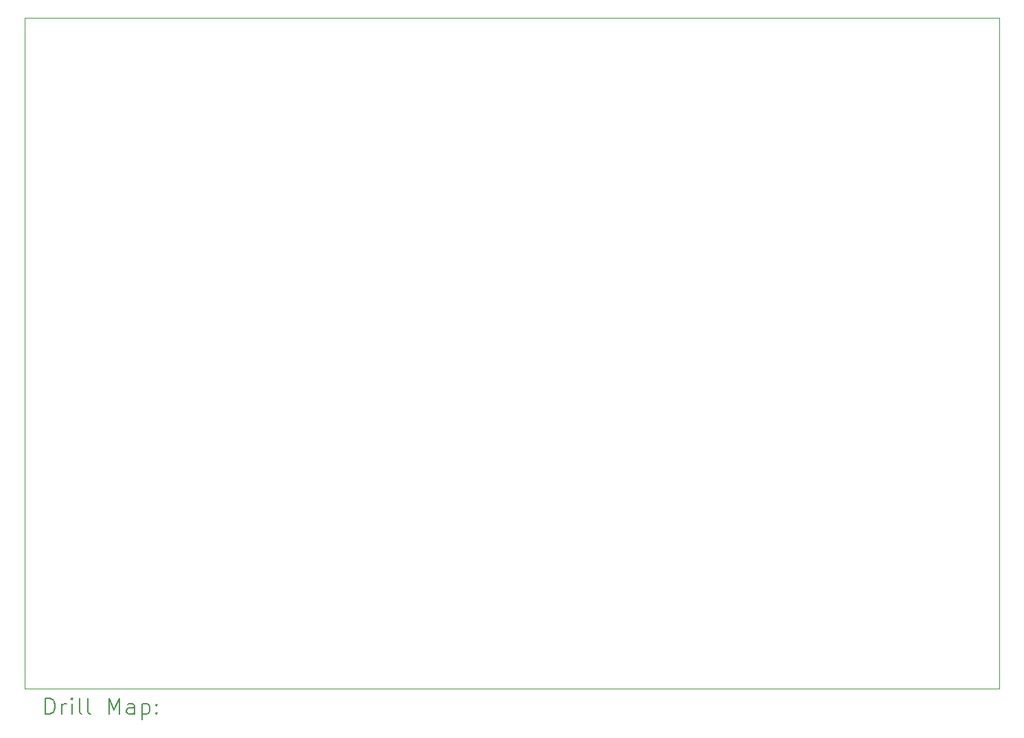
<source format=gbr>
%TF.GenerationSoftware,KiCad,Pcbnew,9.0.4*%
%TF.CreationDate,2025-10-23T10:28:18-03:00*%
%TF.ProjectId,auto,6175746f-2e6b-4696-9361-645f70636258,rev?*%
%TF.SameCoordinates,Original*%
%TF.FileFunction,Drillmap*%
%TF.FilePolarity,Positive*%
%FSLAX45Y45*%
G04 Gerber Fmt 4.5, Leading zero omitted, Abs format (unit mm)*
G04 Created by KiCad (PCBNEW 9.0.4) date 2025-10-23 10:28:18*
%MOMM*%
%LPD*%
G01*
G04 APERTURE LIST*
%ADD10C,0.100000*%
%ADD11C,0.200000*%
G04 APERTURE END LIST*
D10*
X7170100Y-2897400D02*
X19195100Y-2897400D01*
X19195100Y-11176000D01*
X7170100Y-11176000D01*
X7170100Y-2897400D01*
D11*
X7425877Y-11492484D02*
X7425877Y-11292484D01*
X7425877Y-11292484D02*
X7473496Y-11292484D01*
X7473496Y-11292484D02*
X7502067Y-11302008D01*
X7502067Y-11302008D02*
X7521115Y-11321055D01*
X7521115Y-11321055D02*
X7530639Y-11340103D01*
X7530639Y-11340103D02*
X7540162Y-11378198D01*
X7540162Y-11378198D02*
X7540162Y-11406769D01*
X7540162Y-11406769D02*
X7530639Y-11444865D01*
X7530639Y-11444865D02*
X7521115Y-11463912D01*
X7521115Y-11463912D02*
X7502067Y-11482960D01*
X7502067Y-11482960D02*
X7473496Y-11492484D01*
X7473496Y-11492484D02*
X7425877Y-11492484D01*
X7625877Y-11492484D02*
X7625877Y-11359150D01*
X7625877Y-11397246D02*
X7635401Y-11378198D01*
X7635401Y-11378198D02*
X7644924Y-11368674D01*
X7644924Y-11368674D02*
X7663972Y-11359150D01*
X7663972Y-11359150D02*
X7683020Y-11359150D01*
X7749686Y-11492484D02*
X7749686Y-11359150D01*
X7749686Y-11292484D02*
X7740162Y-11302008D01*
X7740162Y-11302008D02*
X7749686Y-11311531D01*
X7749686Y-11311531D02*
X7759210Y-11302008D01*
X7759210Y-11302008D02*
X7749686Y-11292484D01*
X7749686Y-11292484D02*
X7749686Y-11311531D01*
X7873496Y-11492484D02*
X7854448Y-11482960D01*
X7854448Y-11482960D02*
X7844924Y-11463912D01*
X7844924Y-11463912D02*
X7844924Y-11292484D01*
X7978258Y-11492484D02*
X7959210Y-11482960D01*
X7959210Y-11482960D02*
X7949686Y-11463912D01*
X7949686Y-11463912D02*
X7949686Y-11292484D01*
X8206829Y-11492484D02*
X8206829Y-11292484D01*
X8206829Y-11292484D02*
X8273496Y-11435341D01*
X8273496Y-11435341D02*
X8340162Y-11292484D01*
X8340162Y-11292484D02*
X8340162Y-11492484D01*
X8521115Y-11492484D02*
X8521115Y-11387722D01*
X8521115Y-11387722D02*
X8511591Y-11368674D01*
X8511591Y-11368674D02*
X8492544Y-11359150D01*
X8492544Y-11359150D02*
X8454448Y-11359150D01*
X8454448Y-11359150D02*
X8435401Y-11368674D01*
X8521115Y-11482960D02*
X8502067Y-11492484D01*
X8502067Y-11492484D02*
X8454448Y-11492484D01*
X8454448Y-11492484D02*
X8435401Y-11482960D01*
X8435401Y-11482960D02*
X8425877Y-11463912D01*
X8425877Y-11463912D02*
X8425877Y-11444865D01*
X8425877Y-11444865D02*
X8435401Y-11425817D01*
X8435401Y-11425817D02*
X8454448Y-11416293D01*
X8454448Y-11416293D02*
X8502067Y-11416293D01*
X8502067Y-11416293D02*
X8521115Y-11406769D01*
X8616353Y-11359150D02*
X8616353Y-11559150D01*
X8616353Y-11368674D02*
X8635401Y-11359150D01*
X8635401Y-11359150D02*
X8673496Y-11359150D01*
X8673496Y-11359150D02*
X8692544Y-11368674D01*
X8692544Y-11368674D02*
X8702067Y-11378198D01*
X8702067Y-11378198D02*
X8711591Y-11397246D01*
X8711591Y-11397246D02*
X8711591Y-11454388D01*
X8711591Y-11454388D02*
X8702067Y-11473436D01*
X8702067Y-11473436D02*
X8692544Y-11482960D01*
X8692544Y-11482960D02*
X8673496Y-11492484D01*
X8673496Y-11492484D02*
X8635401Y-11492484D01*
X8635401Y-11492484D02*
X8616353Y-11482960D01*
X8797305Y-11473436D02*
X8806829Y-11482960D01*
X8806829Y-11482960D02*
X8797305Y-11492484D01*
X8797305Y-11492484D02*
X8787782Y-11482960D01*
X8787782Y-11482960D02*
X8797305Y-11473436D01*
X8797305Y-11473436D02*
X8797305Y-11492484D01*
X8797305Y-11368674D02*
X8806829Y-11378198D01*
X8806829Y-11378198D02*
X8797305Y-11387722D01*
X8797305Y-11387722D02*
X8787782Y-11378198D01*
X8787782Y-11378198D02*
X8797305Y-11368674D01*
X8797305Y-11368674D02*
X8797305Y-11387722D01*
M02*

</source>
